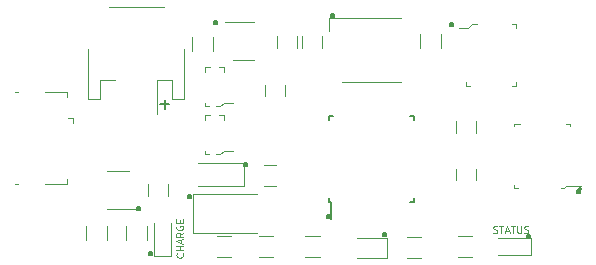
<source format=gto>
G04 #@! TF.GenerationSoftware,KiCad,Pcbnew,(5.1.6-0-10_14)*
G04 #@! TF.CreationDate,2020-07-31T15:36:24-07:00*
G04 #@! TF.ProjectId,StringCar_M0_Express,53747269-6e67-4436-9172-5f4d305f4578,v06*
G04 #@! TF.SameCoordinates,Original*
G04 #@! TF.FileFunction,Legend,Top*
G04 #@! TF.FilePolarity,Positive*
%FSLAX46Y46*%
G04 Gerber Fmt 4.6, Leading zero omitted, Abs format (unit mm)*
G04 Created by KiCad (PCBNEW (5.1.6-0-10_14)) date 2020-07-31 15:36:24*
%MOMM*%
%LPD*%
G01*
G04 APERTURE LIST*
%ADD10C,0.150000*%
%ADD11C,0.200000*%
%ADD12C,0.120000*%
%ADD13C,0.100000*%
G04 APERTURE END LIST*
D10*
G36*
X137654000Y-113854000D02*
G01*
X137400000Y-113854000D01*
X137400000Y-113600000D01*
X137654000Y-113600000D01*
X137654000Y-113854000D01*
G37*
X137654000Y-113854000D02*
X137400000Y-113854000D01*
X137400000Y-113600000D01*
X137654000Y-113600000D01*
X137654000Y-113854000D01*
G36*
X105654000Y-115300000D02*
G01*
X105400000Y-115300000D01*
X105400000Y-115046000D01*
X105654000Y-115046000D01*
X105654000Y-115300000D01*
G37*
X105654000Y-115300000D02*
X105400000Y-115300000D01*
X105400000Y-115046000D01*
X105654000Y-115046000D01*
X105654000Y-115300000D01*
G36*
X125454000Y-113754000D02*
G01*
X125200000Y-113754000D01*
X125200000Y-113500000D01*
X125454000Y-113500000D01*
X125454000Y-113754000D01*
G37*
X125454000Y-113754000D02*
X125200000Y-113754000D01*
X125200000Y-113500000D01*
X125454000Y-113500000D01*
X125454000Y-113754000D01*
D11*
X106319047Y-102571428D02*
X107080952Y-102571428D01*
X106700000Y-102952380D02*
X106700000Y-102190476D01*
D10*
G36*
X111100000Y-95800000D02*
G01*
X110846000Y-95800000D01*
X110846000Y-95546000D01*
X111100000Y-95546000D01*
X111100000Y-95800000D01*
G37*
X111100000Y-95800000D02*
X110846000Y-95800000D01*
X110846000Y-95546000D01*
X111100000Y-95546000D01*
X111100000Y-95800000D01*
G36*
X113700000Y-107800000D02*
G01*
X113446000Y-107800000D01*
X113446000Y-107546000D01*
X113700000Y-107546000D01*
X113700000Y-107800000D01*
G37*
X113700000Y-107800000D02*
X113446000Y-107800000D01*
X113446000Y-107546000D01*
X113700000Y-107546000D01*
X113700000Y-107800000D01*
G36*
X108900000Y-110500000D02*
G01*
X108646000Y-110500000D01*
X108646000Y-110246000D01*
X108900000Y-110246000D01*
X108900000Y-110500000D01*
G37*
X108900000Y-110500000D02*
X108646000Y-110500000D01*
X108646000Y-110246000D01*
X108900000Y-110246000D01*
X108900000Y-110500000D01*
G36*
X104600000Y-111500000D02*
G01*
X104346000Y-111500000D01*
X104346000Y-111246000D01*
X104600000Y-111246000D01*
X104600000Y-111500000D01*
G37*
X104600000Y-111500000D02*
X104346000Y-111500000D01*
X104346000Y-111246000D01*
X104600000Y-111246000D01*
X104600000Y-111500000D01*
G36*
X141854000Y-110054000D02*
G01*
X141600000Y-110054000D01*
X141600000Y-109800000D01*
X141854000Y-109800000D01*
X141854000Y-110054000D01*
G37*
X141854000Y-110054000D02*
X141600000Y-110054000D01*
X141600000Y-109800000D01*
X141854000Y-109800000D01*
X141854000Y-110054000D01*
G36*
X121000000Y-95200000D02*
G01*
X120746000Y-95200000D01*
X120746000Y-94946000D01*
X121000000Y-94946000D01*
X121000000Y-95200000D01*
G37*
X121000000Y-95200000D02*
X120746000Y-95200000D01*
X120746000Y-94946000D01*
X121000000Y-94946000D01*
X121000000Y-95200000D01*
G36*
X120654000Y-112200000D02*
G01*
X120400000Y-112200000D01*
X120400000Y-111946000D01*
X120654000Y-111946000D01*
X120654000Y-112200000D01*
G37*
X120654000Y-112200000D02*
X120400000Y-112200000D01*
X120400000Y-111946000D01*
X120654000Y-111946000D01*
X120654000Y-112200000D01*
G36*
X131100000Y-95900000D02*
G01*
X130846000Y-95900000D01*
X130846000Y-95646000D01*
X131100000Y-95646000D01*
X131100000Y-95900000D01*
G37*
X131100000Y-95900000D02*
X130846000Y-95900000D01*
X130846000Y-95646000D01*
X131100000Y-95646000D01*
X131100000Y-95900000D01*
D12*
X108214285Y-115178000D02*
X108242857Y-115206571D01*
X108271428Y-115292285D01*
X108271428Y-115349428D01*
X108242857Y-115435142D01*
X108185714Y-115492285D01*
X108128571Y-115520857D01*
X108014285Y-115549428D01*
X107928571Y-115549428D01*
X107814285Y-115520857D01*
X107757142Y-115492285D01*
X107700000Y-115435142D01*
X107671428Y-115349428D01*
X107671428Y-115292285D01*
X107700000Y-115206571D01*
X107728571Y-115178000D01*
X108271428Y-114920857D02*
X107671428Y-114920857D01*
X107957142Y-114920857D02*
X107957142Y-114578000D01*
X108271428Y-114578000D02*
X107671428Y-114578000D01*
X108100000Y-114320857D02*
X108100000Y-114035142D01*
X108271428Y-114378000D02*
X107671428Y-114178000D01*
X108271428Y-113978000D01*
X108271428Y-113435142D02*
X107985714Y-113635142D01*
X108271428Y-113778000D02*
X107671428Y-113778000D01*
X107671428Y-113549428D01*
X107700000Y-113492285D01*
X107728571Y-113463714D01*
X107785714Y-113435142D01*
X107871428Y-113435142D01*
X107928571Y-113463714D01*
X107957142Y-113492285D01*
X107985714Y-113549428D01*
X107985714Y-113778000D01*
X107700000Y-112863714D02*
X107671428Y-112920857D01*
X107671428Y-113006571D01*
X107700000Y-113092285D01*
X107757142Y-113149428D01*
X107814285Y-113178000D01*
X107928571Y-113206571D01*
X108014285Y-113206571D01*
X108128571Y-113178000D01*
X108185714Y-113149428D01*
X108242857Y-113092285D01*
X108271428Y-113006571D01*
X108271428Y-112949428D01*
X108242857Y-112863714D01*
X108214285Y-112835142D01*
X108014285Y-112835142D01*
X108014285Y-112949428D01*
X107957142Y-112578000D02*
X107957142Y-112378000D01*
X108271428Y-112292285D02*
X108271428Y-112578000D01*
X107671428Y-112578000D01*
X107671428Y-112292285D01*
X134514285Y-113442857D02*
X134600000Y-113471428D01*
X134742857Y-113471428D01*
X134800000Y-113442857D01*
X134828571Y-113414285D01*
X134857142Y-113357142D01*
X134857142Y-113300000D01*
X134828571Y-113242857D01*
X134800000Y-113214285D01*
X134742857Y-113185714D01*
X134628571Y-113157142D01*
X134571428Y-113128571D01*
X134542857Y-113100000D01*
X134514285Y-113042857D01*
X134514285Y-112985714D01*
X134542857Y-112928571D01*
X134571428Y-112900000D01*
X134628571Y-112871428D01*
X134771428Y-112871428D01*
X134857142Y-112900000D01*
X135028571Y-112871428D02*
X135371428Y-112871428D01*
X135200000Y-113471428D02*
X135200000Y-112871428D01*
X135542857Y-113300000D02*
X135828571Y-113300000D01*
X135485714Y-113471428D02*
X135685714Y-112871428D01*
X135885714Y-113471428D01*
X136000000Y-112871428D02*
X136342857Y-112871428D01*
X136171428Y-113471428D02*
X136171428Y-112871428D01*
X136542857Y-112871428D02*
X136542857Y-113357142D01*
X136571428Y-113414285D01*
X136600000Y-113442857D01*
X136657142Y-113471428D01*
X136771428Y-113471428D01*
X136828571Y-113442857D01*
X136857142Y-113414285D01*
X136885714Y-113357142D01*
X136885714Y-112871428D01*
X137142857Y-113442857D02*
X137228571Y-113471428D01*
X137371428Y-113471428D01*
X137428571Y-113442857D01*
X137457142Y-113414285D01*
X137485714Y-113357142D01*
X137485714Y-113300000D01*
X137457142Y-113242857D01*
X137428571Y-113214285D01*
X137371428Y-113185714D01*
X137257142Y-113157142D01*
X137200000Y-113128571D01*
X137171428Y-113100000D01*
X137142857Y-113042857D01*
X137142857Y-112985714D01*
X137171428Y-112928571D01*
X137200000Y-112900000D01*
X137257142Y-112871428D01*
X137400000Y-112871428D01*
X137485714Y-112900000D01*
D10*
X120800000Y-110825000D02*
X120800000Y-112250000D01*
X120575000Y-103575000D02*
X120575000Y-103900000D01*
X127825000Y-103575000D02*
X127825000Y-103900000D01*
X127825000Y-110825000D02*
X127825000Y-110500000D01*
X120575000Y-110825000D02*
X120575000Y-110500000D01*
X127825000Y-110825000D02*
X127500000Y-110825000D01*
X127825000Y-103575000D02*
X127500000Y-103575000D01*
X120575000Y-103575000D02*
X120900000Y-103575000D01*
X120575000Y-110825000D02*
X120800000Y-110825000D01*
D12*
X105800000Y-115400000D02*
X105800000Y-112600000D01*
X107200000Y-115400000D02*
X107200000Y-112600000D01*
X105800000Y-115400000D02*
X107200000Y-115400000D01*
X137727141Y-115300000D02*
X134927141Y-115300000D01*
X137727141Y-113900000D02*
X134927141Y-113900000D01*
X137727141Y-115300000D02*
X137727141Y-113900000D01*
D13*
X133100000Y-95800000D02*
X132700000Y-95800000D01*
X132700000Y-95800000D02*
X132400000Y-96100000D01*
X132400000Y-96100000D02*
X131600000Y-96100000D01*
X132200000Y-100700000D02*
X132200000Y-101000000D01*
X132200000Y-101000000D02*
X132500000Y-101000000D01*
X136400000Y-96100000D02*
X136400000Y-95800000D01*
X136400000Y-95800000D02*
X136100000Y-95800000D01*
X136400000Y-100700000D02*
X136400000Y-101000000D01*
X136400000Y-101000000D02*
X136100000Y-101000000D01*
D12*
X116100000Y-107750000D02*
X115100000Y-107750000D01*
X115100000Y-109450000D02*
X116100000Y-109450000D01*
X131384961Y-104017179D02*
X131384961Y-105017179D01*
X133084961Y-105017179D02*
X133084961Y-104017179D01*
X131527141Y-113756064D02*
X132727141Y-113756064D01*
X132727141Y-115516064D02*
X131527141Y-115516064D01*
X130080000Y-96600000D02*
X130080000Y-97800000D01*
X128320000Y-97800000D02*
X128320000Y-96600000D01*
X133084961Y-109017179D02*
X133084961Y-108017179D01*
X131384961Y-108017179D02*
X131384961Y-109017179D01*
X116158814Y-96794058D02*
X116158814Y-97794058D01*
X117858814Y-97794058D02*
X117858814Y-96794058D01*
X103392016Y-114100000D02*
X103392016Y-112900000D01*
X105152016Y-112900000D02*
X105152016Y-114100000D01*
X109020000Y-98060000D02*
X109020000Y-96860000D01*
X110780000Y-96860000D02*
X110780000Y-98060000D01*
X118600000Y-113720000D02*
X119800000Y-113720000D01*
X119800000Y-115480000D02*
X118600000Y-115480000D01*
X118302148Y-96794058D02*
X118302148Y-97794058D01*
X120002148Y-97794058D02*
X120002148Y-96794058D01*
X105250000Y-109321323D02*
X105250000Y-110321323D01*
X106950000Y-110321323D02*
X106950000Y-109321323D01*
X98958000Y-103710000D02*
X98508000Y-103710000D01*
X98958000Y-103710000D02*
X98958000Y-104160000D01*
X98408000Y-109310000D02*
X98408000Y-108860000D01*
X96558000Y-109310000D02*
X98408000Y-109310000D01*
X94008000Y-101510000D02*
X94258000Y-101510000D01*
X94008000Y-109310000D02*
X94258000Y-109310000D01*
X96558000Y-101510000D02*
X98408000Y-101510000D01*
X98408000Y-101510000D02*
X98408000Y-101960000D01*
X106042000Y-100531000D02*
X107317000Y-100531000D01*
X107317000Y-100531000D02*
X107317000Y-102131000D01*
X107317000Y-102131000D02*
X108317000Y-102131000D01*
X108317000Y-102131000D02*
X108317000Y-97906000D01*
X100217000Y-97906000D02*
X100217000Y-102131000D01*
X100217000Y-102131000D02*
X101217000Y-102131000D01*
X101217000Y-102131000D02*
X101217000Y-100531000D01*
X101217000Y-100531000D02*
X102492000Y-100531000D01*
X106592000Y-94331000D02*
X101942000Y-94331000D01*
X106042000Y-100531000D02*
X106042000Y-103431000D01*
X120600000Y-95300000D02*
X126700000Y-95300000D01*
X120600000Y-96400000D02*
X120600000Y-95300000D01*
X126700000Y-100700000D02*
X121700000Y-100700000D01*
X100020000Y-114100000D02*
X100020000Y-112900000D01*
X101780000Y-112900000D02*
X101780000Y-114100000D01*
X115900000Y-115480000D02*
X114700000Y-115480000D01*
X114700000Y-113720000D02*
X115900000Y-113720000D01*
X103646033Y-108211323D02*
X101846033Y-108211323D01*
X101846033Y-111431323D02*
X104296033Y-111431323D01*
X112478333Y-98820000D02*
X114278333Y-98820000D01*
X114278333Y-95600000D02*
X111828333Y-95600000D01*
X113400000Y-109500000D02*
X109550000Y-109500000D01*
X113400000Y-107500000D02*
X109550000Y-107500000D01*
X113400000Y-109500000D02*
X113400000Y-107500000D01*
X109100000Y-110150000D02*
X109100000Y-113450000D01*
X109100000Y-113450000D02*
X114500000Y-113450000D01*
X109100000Y-110150000D02*
X114500000Y-110150000D01*
D13*
X111075000Y-106806000D02*
X111350000Y-106806000D01*
X111350000Y-106806000D02*
X111725000Y-106531000D01*
X111725000Y-106531000D02*
X111725000Y-106481000D01*
X111725000Y-106481000D02*
X112500000Y-106481000D01*
X111250000Y-103506000D02*
X111725000Y-103506000D01*
X111725000Y-103506000D02*
X111725000Y-103856000D01*
X110075000Y-103731000D02*
X110075000Y-103856000D01*
X110075000Y-103806000D02*
X110075000Y-103506000D01*
X110075000Y-103506000D02*
X110525000Y-103506000D01*
X110450000Y-106806000D02*
X110075000Y-106806000D01*
X110075000Y-106806000D02*
X110075000Y-106506000D01*
X110075000Y-102742000D02*
X110075000Y-102442000D01*
X110450000Y-102742000D02*
X110075000Y-102742000D01*
X110075000Y-99442000D02*
X110525000Y-99442000D01*
X110075000Y-99742000D02*
X110075000Y-99442000D01*
X110075000Y-99667000D02*
X110075000Y-99792000D01*
X111725000Y-99442000D02*
X111725000Y-99792000D01*
X111250000Y-99442000D02*
X111725000Y-99442000D01*
X111725000Y-102417000D02*
X112500000Y-102417000D01*
X111725000Y-102467000D02*
X111725000Y-102417000D01*
X111350000Y-102742000D02*
X111725000Y-102467000D01*
X111075000Y-102742000D02*
X111350000Y-102742000D01*
D12*
X127200000Y-113820000D02*
X128400000Y-113820000D01*
X128400000Y-115580000D02*
X127200000Y-115580000D01*
X111100000Y-113720000D02*
X112300000Y-113720000D01*
X112300000Y-115480000D02*
X111100000Y-115480000D01*
X125500000Y-115550000D02*
X125500000Y-113850000D01*
X125500000Y-113850000D02*
X122950000Y-113850000D01*
X125500000Y-115550000D02*
X122950000Y-115550000D01*
D10*
G36*
X141784961Y-109767179D02*
G01*
X141784961Y-109617179D01*
X141934961Y-109617179D01*
X141934961Y-109767179D01*
X141784961Y-109767179D01*
G37*
X141784961Y-109767179D02*
X141784961Y-109617179D01*
X141934961Y-109617179D01*
X141934961Y-109767179D01*
X141784961Y-109767179D01*
D13*
X136234961Y-104217179D02*
X136734961Y-104217179D01*
X136234961Y-104417179D02*
X136234961Y-104217179D01*
X136234961Y-104317179D02*
X136234961Y-104417179D01*
X136234961Y-109617179D02*
X136634961Y-109617179D01*
X136234961Y-109417179D02*
X136234961Y-109617179D01*
X141034961Y-104217179D02*
X140634961Y-104217179D01*
X141034961Y-104417179D02*
X141034961Y-104217179D01*
X140634961Y-109517179D02*
X141934961Y-109517179D01*
X140534961Y-109617179D02*
X140634961Y-109517179D01*
X140234961Y-109617179D02*
X140534961Y-109617179D01*
D12*
X116850000Y-101900000D02*
X116850000Y-100900000D01*
X115150000Y-100900000D02*
X115150000Y-101900000D01*
M02*

</source>
